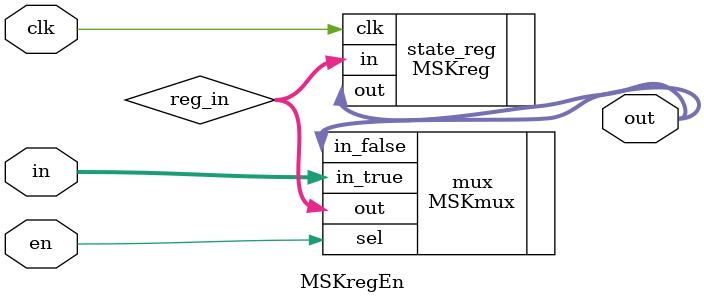
<source format=v>

`ifdef FULLVERIF
(* fv_strat = "flatten" *)
`endif
`ifndef DEFAULTSHARES
`define DEFAULTSHARES 2
`endif
module MSKregEn #(parameter d=`DEFAULTSHARES, parameter count=1) (clk, en, in, out);

input clk;
input en;
input  [count*d-1:0] in;
output [count*d-1:0] out;

wire [count*d-1:0] reg_in;

MSKmux #(.d(d), .count(count)) mux (.sel(en), .in_true(in), .in_false(out), .out(reg_in));
MSKreg #(.d(d), .count(count)) state_reg (.clk(clk), .in(reg_in), .out(out));

endmodule

</source>
